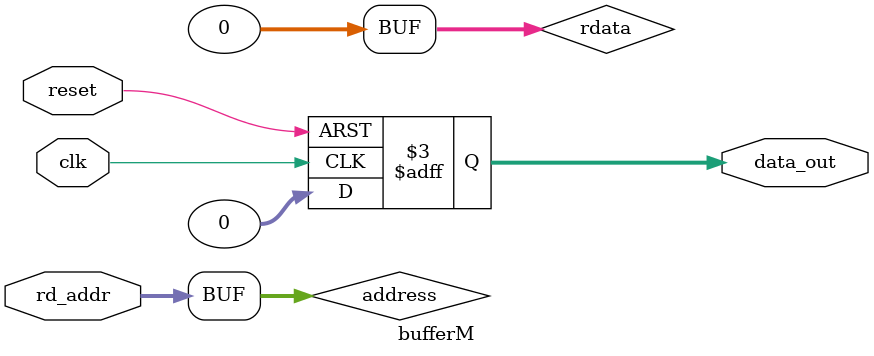
<source format=v>
`timescale 1ns/1ps
`ifdef FPGA
	`include "config.vh"
`endif

module bufferM #(

	parameter addrLen = 10,
	parameter dataLen = 32,
	parameter peId = 0

	)(
	clk,
	reset,

	rd_addr,

	data_out
);

	//--------------------------------------------------------------------------------------

	//--------------------------------------------------------------------------------------

	//--------------------------------------------------------------------------------------
	input clk;
	input reset;

	input [ addrLen - 1 : 0 ] rd_addr;

	output reg [ dataLen - 1 : 0 ] data_out;
	//--------------------------------------------------------------------------------------
reg [dataLen-1:0] rdata;
wire [addrLen-1:0] address;
assign address = rd_addr;

always @(posedge clk or posedge reset) begin
    if(reset)
        data_out <= {dataLen{1'b0}};
    else
	   data_out <= rdata;
end
/******************************************************/
generate
if(peId == 0) begin
	always @(*) begin
		case(address)
			default : rdata = 16'b0000000000000000;
		endcase
	end
end

if(peId == 1) begin
	always @(*) begin
		case(address)
			12'd0 : rdata = 16'b0000000000000001;
			default : rdata = 16'b0000000000000000;
		endcase
	end
end

if(peId == 2) begin
	always @(*) begin
		case(address)
			12'd0 : rdata = 16'b0000000000000001;
			default : rdata = 16'b0000000000000000;
		endcase
	end
end

if(peId == 3) begin
	always @(*) begin
		case(address)
			12'd0 : rdata = 16'b0000000000000001;
			default : rdata = 16'b0000000000000000;
		endcase
	end
end

if(peId == 4) begin
	always @(*) begin
		case(address)
			12'd0 : rdata = 16'b0000000000000001;
			default : rdata = 16'b0000000000000000;
		endcase
	end
end

if(peId == 5) begin
	always @(*) begin
		case(address)
			12'd0 : rdata = 16'b0000000000000001;
			default : rdata = 16'b0000000000000000;
		endcase
	end
end

if(peId == 6) begin
	always @(*) begin
		case(address)
			12'd0 : rdata = 16'b0000000000000001;
			default : rdata = 16'b0000000000000000;
		endcase
	end
end

if(peId == 7) begin
	always @(*) begin
		case(address)
			12'd0 : rdata = 16'b0000000000000001;
			default : rdata = 16'b0000000000000000;
		endcase
	end
end

if(peId == 8) begin
	always @(*) begin
		case(address)
			default : rdata = 16'b0000000000000000;
		endcase
	end
end

if(peId == 9) begin
	always @(*) begin
		case(address)
			default : rdata = 16'b0000000000000000;
		endcase
	end
end

if(peId == 10) begin
	always @(*) begin
		case(address)
			12'd0 : rdata = 16'b0000000000000001;
			default : rdata = 16'b0000000000000000;
		endcase
	end
end

if(peId == 11) begin
	always @(*) begin
		case(address)
			12'd0 : rdata = 16'b0000000000000001;
			default : rdata = 16'b0000000000000000;
		endcase
	end
end

if(peId == 12) begin
	always @(*) begin
		case(address)
			12'd0 : rdata = 16'b0000000000000001;
			default : rdata = 16'b0000000000000000;
		endcase
	end
end

if(peId == 13) begin
	always @(*) begin
		case(address)
			12'd0 : rdata = 16'b0000000000000001;
			default : rdata = 16'b0000000000000000;
		endcase
	end
end

if(peId == 14) begin
	always @(*) begin
		case(address)
			12'd0 : rdata = 16'b0000000000000001;
			default : rdata = 16'b0000000000000000;
		endcase
	end
end

if(peId == 15) begin
	always @(*) begin
		case(address)
			12'd0 : rdata = 16'b0000000000000001;
			default : rdata = 16'b0000000000000000;
		endcase
	end
end

if(peId == 16) begin
	always @(*) begin
		case(address)
			default : rdata = 16'b0000000000000000;
		endcase
	end
end

if(peId == 17) begin
	always @(*) begin
		case(address)
			12'd0 : rdata = 16'b0000000000000001;
			default : rdata = 16'b0000000000000000;
		endcase
	end
end

if(peId == 18) begin
	always @(*) begin
		case(address)
			12'd0 : rdata = 16'b0000000000000001;
			default : rdata = 16'b0000000000000000;
		endcase
	end
end

if(peId == 19) begin
	always @(*) begin
		case(address)
			12'd0 : rdata = 16'b0000000000000001;
			default : rdata = 16'b0000000000000000;
		endcase
	end
end

if(peId == 20) begin
	always @(*) begin
		case(address)
			12'd0 : rdata = 16'b0000000000000001;
			default : rdata = 16'b0000000000000000;
		endcase
	end
end

if(peId == 21) begin
	always @(*) begin
		case(address)
			12'd0 : rdata = 16'b0000000000000001;
			default : rdata = 16'b0000000000000000;
		endcase
	end
end

if(peId == 22) begin
	always @(*) begin
		case(address)
			12'd0 : rdata = 16'b0000000000000001;
			default : rdata = 16'b0000000000000000;
		endcase
	end
end

if(peId == 23) begin
	always @(*) begin
		case(address)
			12'd0 : rdata = 16'b0000000000000001;
			default : rdata = 16'b0000000000000000;
		endcase
	end
end

if(peId == 24) begin
	always @(*) begin
		case(address)
			default : rdata = 16'b0000000000000000;
		endcase
	end
end

if(peId == 25) begin
	always @(*) begin
		case(address)
			12'd0 : rdata = 16'b0000000000000001;
			default : rdata = 16'b0000000000000000;
		endcase
	end
end

if(peId == 26) begin
	always @(*) begin
		case(address)
			default : rdata = 16'b0000000000000000;
		endcase
	end
end

if(peId == 27) begin
	always @(*) begin
		case(address)
			default : rdata = 16'b0000000000000000;
		endcase
	end
end

if(peId == 28) begin
	always @(*) begin
		case(address)
			default : rdata = 16'b0000000000000000;
		endcase
	end
end

if(peId == 29) begin
	always @(*) begin
		case(address)
			default : rdata = 16'b0000000000000000;
		endcase
	end
end

if(peId == 30) begin
	always @(*) begin
		case(address)
			default : rdata = 16'b0000000000000000;
		endcase
	end
end

if(peId == 31) begin
	always @(*) begin
		case(address)
			default : rdata = 16'b0000000000000000;
		endcase
	end
end

if(peId == 32) begin
	always @(*) begin
		case(address)
			default : rdata = 16'b0000000000000000;
		endcase
	end
end

if(peId == 33) begin
	always @(*) begin
		case(address)
			default : rdata = 16'b0000000000000000;
		endcase
	end
end

if(peId == 34) begin
	always @(*) begin
		case(address)
			default : rdata = 16'b0000000000000000;
		endcase
	end
end

if(peId == 35) begin
	always @(*) begin
		case(address)
			default : rdata = 16'b0000000000000000;
		endcase
	end
end

if(peId == 36) begin
	always @(*) begin
		case(address)
			default : rdata = 16'b0000000000000000;
		endcase
	end
end

if(peId == 37) begin
	always @(*) begin
		case(address)
			default : rdata = 16'b0000000000000000;
		endcase
	end
end

if(peId == 38) begin
	always @(*) begin
		case(address)
			default : rdata = 16'b0000000000000000;
		endcase
	end
end

if(peId == 39) begin
	always @(*) begin
		case(address)
			default : rdata = 16'b0000000000000000;
		endcase
	end
end

if(peId == 40) begin
	always @(*) begin
		case(address)
			default : rdata = 16'b0000000000000000;
		endcase
	end
end

if(peId == 41) begin
	always @(*) begin
		case(address)
			default : rdata = 16'b0000000000000000;
		endcase
	end
end

if(peId == 42) begin
	always @(*) begin
		case(address)
			default : rdata = 16'b0000000000000000;
		endcase
	end
end

if(peId == 43) begin
	always @(*) begin
		case(address)
			default : rdata = 16'b0000000000000000;
		endcase
	end
end

if(peId == 44) begin
	always @(*) begin
		case(address)
			default : rdata = 16'b0000000000000000;
		endcase
	end
end

if(peId == 45) begin
	always @(*) begin
		case(address)
			default : rdata = 16'b0000000000000000;
		endcase
	end
end

if(peId == 46) begin
	always @(*) begin
		case(address)
			default : rdata = 16'b0000000000000000;
		endcase
	end
end

if(peId == 47) begin
	always @(*) begin
		case(address)
			default : rdata = 16'b0000000000000000;
		endcase
	end
end

if(peId == 48) begin
	always @(*) begin
		case(address)
			default : rdata = 16'b0000000000000000;
		endcase
	end
end

if(peId == 49) begin
	always @(*) begin
		case(address)
			default : rdata = 16'b0000000000000000;
		endcase
	end
end

if(peId == 50) begin
	always @(*) begin
		case(address)
			default : rdata = 16'b0000000000000000;
		endcase
	end
end

if(peId == 51) begin
	always @(*) begin
		case(address)
			default : rdata = 16'b0000000000000000;
		endcase
	end
end

if(peId == 52) begin
	always @(*) begin
		case(address)
			default : rdata = 16'b0000000000000000;
		endcase
	end
end

if(peId == 53) begin
	always @(*) begin
		case(address)
			default : rdata = 16'b0000000000000000;
		endcase
	end
end

if(peId == 54) begin
	always @(*) begin
		case(address)
			default : rdata = 16'b0000000000000000;
		endcase
	end
end

if(peId == 55) begin
	always @(*) begin
		case(address)
			default : rdata = 16'b0000000000000000;
		endcase
	end
end

if(peId == 56) begin
	always @(*) begin
		case(address)
			default : rdata = 16'b0000000000000000;
		endcase
	end
end

if(peId == 57) begin
	always @(*) begin
		case(address)
			default : rdata = 16'b0000000000000000;
		endcase
	end
end

if(peId == 58) begin
	always @(*) begin
		case(address)
			default : rdata = 16'b0000000000000000;
		endcase
	end
end

if(peId == 59) begin
	always @(*) begin
		case(address)
			default : rdata = 16'b0000000000000000;
		endcase
	end
end

if(peId == 60) begin
	always @(*) begin
		case(address)
			default : rdata = 16'b0000000000000000;
		endcase
	end
end

if(peId == 61) begin
	always @(*) begin
		case(address)
			default : rdata = 16'b0000000000000000;
		endcase
	end
end

if(peId == 62) begin
	always @(*) begin
		case(address)
			default : rdata = 16'b0000000000000000;
		endcase
	end
end

if(peId == 63) begin
	always @(*) begin
		case(address)
			default : rdata = 16'b0000000000000000;
		endcase
	end
end

endgenerate
/******************************************************/
endmodule

</source>
